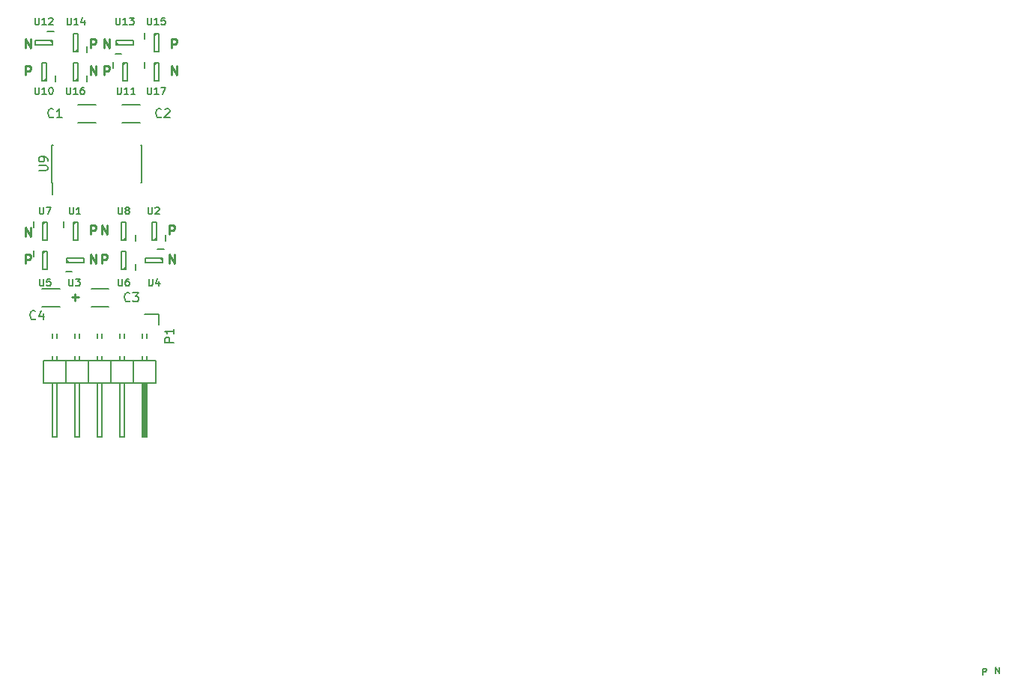
<source format=gto>
G04 #@! TF.FileFunction,Legend,Top*
%FSLAX46Y46*%
G04 Gerber Fmt 4.6, Leading zero omitted, Abs format (unit mm)*
G04 Created by KiCad (PCBNEW 4.0.4-stable) date 10/28/16 22:46:39*
%MOMM*%
%LPD*%
G01*
G04 APERTURE LIST*
%ADD10C,0.100000*%
%ADD11C,0.250000*%
%ADD12C,0.175000*%
%ADD13C,0.150000*%
G04 APERTURE END LIST*
D10*
D11*
X37693648Y-55087829D02*
X38455553Y-55087829D01*
X38074601Y-55468781D02*
X38074601Y-54706876D01*
X32504095Y-29916381D02*
X32504095Y-28916381D01*
X32885048Y-28916381D01*
X32980286Y-28964000D01*
X33027905Y-29011619D01*
X33075524Y-29106857D01*
X33075524Y-29249714D01*
X33027905Y-29344952D01*
X32980286Y-29392571D01*
X32885048Y-29440190D01*
X32504095Y-29440190D01*
X39870095Y-26868381D02*
X39870095Y-25868381D01*
X40251048Y-25868381D01*
X40346286Y-25916000D01*
X40393905Y-25963619D01*
X40441524Y-26058857D01*
X40441524Y-26201714D01*
X40393905Y-26296952D01*
X40346286Y-26344571D01*
X40251048Y-26392190D01*
X39870095Y-26392190D01*
X41394095Y-29916381D02*
X41394095Y-28916381D01*
X41775048Y-28916381D01*
X41870286Y-28964000D01*
X41917905Y-29011619D01*
X41965524Y-29106857D01*
X41965524Y-29249714D01*
X41917905Y-29344952D01*
X41870286Y-29392571D01*
X41775048Y-29440190D01*
X41394095Y-29440190D01*
X49014095Y-26868381D02*
X49014095Y-25868381D01*
X49395048Y-25868381D01*
X49490286Y-25916000D01*
X49537905Y-25963619D01*
X49585524Y-26058857D01*
X49585524Y-26201714D01*
X49537905Y-26296952D01*
X49490286Y-26344571D01*
X49395048Y-26392190D01*
X49014095Y-26392190D01*
X32480286Y-26868381D02*
X32480286Y-25868381D01*
X33051715Y-26868381D01*
X33051715Y-25868381D01*
X39846286Y-29916381D02*
X39846286Y-28916381D01*
X40417715Y-29916381D01*
X40417715Y-28916381D01*
X48990286Y-29916381D02*
X48990286Y-28916381D01*
X49561715Y-29916381D01*
X49561715Y-28916381D01*
X41370286Y-26868381D02*
X41370286Y-25868381D01*
X41941715Y-26868381D01*
X41941715Y-25868381D01*
X32504095Y-51252381D02*
X32504095Y-50252381D01*
X32885048Y-50252381D01*
X32980286Y-50300000D01*
X33027905Y-50347619D01*
X33075524Y-50442857D01*
X33075524Y-50585714D01*
X33027905Y-50680952D01*
X32980286Y-50728571D01*
X32885048Y-50776190D01*
X32504095Y-50776190D01*
X32480286Y-48204381D02*
X32480286Y-47204381D01*
X33051715Y-48204381D01*
X33051715Y-47204381D01*
X39870095Y-47950381D02*
X39870095Y-46950381D01*
X40251048Y-46950381D01*
X40346286Y-46998000D01*
X40393905Y-47045619D01*
X40441524Y-47140857D01*
X40441524Y-47283714D01*
X40393905Y-47378952D01*
X40346286Y-47426571D01*
X40251048Y-47474190D01*
X39870095Y-47474190D01*
X39846286Y-51252381D02*
X39846286Y-50252381D01*
X40417715Y-51252381D01*
X40417715Y-50252381D01*
X41140095Y-51252381D02*
X41140095Y-50252381D01*
X41521048Y-50252381D01*
X41616286Y-50300000D01*
X41663905Y-50347619D01*
X41711524Y-50442857D01*
X41711524Y-50585714D01*
X41663905Y-50680952D01*
X41616286Y-50728571D01*
X41521048Y-50776190D01*
X41140095Y-50776190D01*
X48760095Y-47950381D02*
X48760095Y-46950381D01*
X49141048Y-46950381D01*
X49236286Y-46998000D01*
X49283905Y-47045619D01*
X49331524Y-47140857D01*
X49331524Y-47283714D01*
X49283905Y-47378952D01*
X49236286Y-47426571D01*
X49141048Y-47474190D01*
X48760095Y-47474190D01*
X48736286Y-51252381D02*
X48736286Y-50252381D01*
X49307715Y-51252381D01*
X49307715Y-50252381D01*
X41116286Y-47950381D02*
X41116286Y-46950381D01*
X41687715Y-47950381D01*
X41687715Y-46950381D01*
D12*
X140685067Y-97801867D02*
X140685067Y-97101867D01*
X140951733Y-97101867D01*
X141018400Y-97135200D01*
X141051733Y-97168533D01*
X141085067Y-97235200D01*
X141085067Y-97335200D01*
X141051733Y-97401867D01*
X141018400Y-97435200D01*
X140951733Y-97468533D01*
X140685067Y-97468533D01*
X142116201Y-97649467D02*
X142116201Y-96949467D01*
X142516201Y-97649467D01*
X142516201Y-96949467D01*
D13*
X38394000Y-35315000D02*
X40394000Y-35315000D01*
X40394000Y-33265000D02*
X38394000Y-33265000D01*
X45426000Y-33265000D02*
X43426000Y-33265000D01*
X43426000Y-35315000D02*
X45426000Y-35315000D01*
X41894000Y-54093000D02*
X39894000Y-54093000D01*
X39894000Y-56143000D02*
X41894000Y-56143000D01*
X34330000Y-56143000D02*
X36330000Y-56143000D01*
X36330000Y-54093000D02*
X34330000Y-54093000D01*
X35560000Y-59690000D02*
X35560000Y-59182000D01*
X36068000Y-59690000D02*
X36068000Y-59182000D01*
X38100000Y-59690000D02*
X38100000Y-59182000D01*
X38608000Y-59690000D02*
X38608000Y-59182000D01*
X46228000Y-59690000D02*
X46228000Y-59182000D01*
X45720000Y-59690000D02*
X45720000Y-59182000D01*
X40640000Y-59690000D02*
X40640000Y-59182000D01*
X41148000Y-59690000D02*
X41148000Y-59182000D01*
X43180000Y-59690000D02*
X43180000Y-59182000D01*
X43688000Y-59690000D02*
X43688000Y-59182000D01*
X35560000Y-62230000D02*
X35560000Y-61722000D01*
X36068000Y-62230000D02*
X36068000Y-61722000D01*
X46228000Y-62230000D02*
X46228000Y-61722000D01*
X45720000Y-62230000D02*
X45720000Y-61722000D01*
X43688000Y-62230000D02*
X43688000Y-61722000D01*
X43180000Y-62230000D02*
X43180000Y-61722000D01*
X38100000Y-62230000D02*
X38100000Y-61722000D01*
X38608000Y-62230000D02*
X38608000Y-61722000D01*
X40640000Y-62230000D02*
X40640000Y-61722000D01*
X41148000Y-62230000D02*
X41148000Y-61722000D01*
X47524000Y-58166000D02*
X47524000Y-57016000D01*
X47524000Y-57016000D02*
X45974000Y-57016000D01*
X46101000Y-64770000D02*
X46101000Y-70739000D01*
X46101000Y-70739000D02*
X45847000Y-70739000D01*
X45847000Y-70739000D02*
X45847000Y-64897000D01*
X45847000Y-64897000D02*
X45974000Y-64897000D01*
X45974000Y-64897000D02*
X45974000Y-70739000D01*
X37084000Y-62230000D02*
X37084000Y-64770000D01*
X37084000Y-62230000D02*
X34544000Y-62230000D01*
X36068000Y-64770000D02*
X36068000Y-70866000D01*
X36068000Y-70866000D02*
X35560000Y-70866000D01*
X35560000Y-70866000D02*
X35560000Y-64770000D01*
X34544000Y-64770000D02*
X37084000Y-64770000D01*
X34544000Y-62230000D02*
X34544000Y-64770000D01*
X42164000Y-62230000D02*
X42164000Y-64770000D01*
X42164000Y-62230000D02*
X39624000Y-62230000D01*
X39624000Y-62230000D02*
X39624000Y-64770000D01*
X41148000Y-64770000D02*
X41148000Y-70866000D01*
X41148000Y-70866000D02*
X40640000Y-70866000D01*
X40640000Y-70866000D02*
X40640000Y-64770000D01*
X39624000Y-64770000D02*
X42164000Y-64770000D01*
X37084000Y-64770000D02*
X39624000Y-64770000D01*
X38100000Y-70866000D02*
X38100000Y-64770000D01*
X38608000Y-70866000D02*
X38100000Y-70866000D01*
X38608000Y-64770000D02*
X38608000Y-70866000D01*
X37084000Y-62230000D02*
X37084000Y-64770000D01*
X39624000Y-62230000D02*
X37084000Y-62230000D01*
X39624000Y-62230000D02*
X39624000Y-64770000D01*
X44704000Y-62230000D02*
X44704000Y-64770000D01*
X44704000Y-62230000D02*
X42164000Y-62230000D01*
X42164000Y-62230000D02*
X42164000Y-64770000D01*
X43688000Y-64770000D02*
X43688000Y-70866000D01*
X43688000Y-70866000D02*
X43180000Y-70866000D01*
X43180000Y-70866000D02*
X43180000Y-64770000D01*
X42164000Y-64770000D02*
X44704000Y-64770000D01*
X44704000Y-64770000D02*
X47244000Y-64770000D01*
X45720000Y-70866000D02*
X45720000Y-64770000D01*
X46228000Y-70866000D02*
X45720000Y-70866000D01*
X46228000Y-64770000D02*
X46228000Y-70866000D01*
X44704000Y-62230000D02*
X44704000Y-64770000D01*
X47244000Y-62230000D02*
X44704000Y-62230000D01*
X47244000Y-62230000D02*
X47244000Y-64770000D01*
X36814400Y-46511600D02*
X36814400Y-47211600D01*
X38114400Y-46611600D02*
X37864400Y-46861600D01*
X37864400Y-48611600D02*
X38364400Y-48611600D01*
X38364400Y-48611600D02*
X38364400Y-46611600D01*
X38364400Y-46611600D02*
X37864400Y-46611600D01*
X37864400Y-46611600D02*
X37864400Y-48611600D01*
X48304400Y-48711600D02*
X48304400Y-48011600D01*
X47004400Y-48611600D02*
X47254400Y-48361600D01*
X47254400Y-46611600D02*
X46754400Y-46611600D01*
X46754400Y-46611600D02*
X46754400Y-48611600D01*
X46754400Y-48611600D02*
X47254400Y-48611600D01*
X47254400Y-48611600D02*
X47254400Y-46611600D01*
X37014400Y-52213600D02*
X37714400Y-52213600D01*
X37114400Y-50913600D02*
X37364400Y-51163600D01*
X39114400Y-51163600D02*
X39114400Y-50663600D01*
X39114400Y-50663600D02*
X37114400Y-50663600D01*
X37114400Y-50663600D02*
X37114400Y-51163600D01*
X37114400Y-51163600D02*
X39114400Y-51163600D01*
X48104400Y-49613600D02*
X47404400Y-49613600D01*
X48004400Y-50913600D02*
X47754400Y-50663600D01*
X46004400Y-50663600D02*
X46004400Y-51163600D01*
X46004400Y-51163600D02*
X48004400Y-51163600D01*
X48004400Y-51163600D02*
X48004400Y-50663600D01*
X48004400Y-50663600D02*
X46004400Y-50663600D01*
X33396400Y-49801600D02*
X33396400Y-50501600D01*
X34696400Y-49901600D02*
X34446400Y-50151600D01*
X34446400Y-51901600D02*
X34946400Y-51901600D01*
X34946400Y-51901600D02*
X34946400Y-49901600D01*
X34946400Y-49901600D02*
X34446400Y-49901600D01*
X34446400Y-49901600D02*
X34446400Y-51901600D01*
X44886400Y-52001600D02*
X44886400Y-51301600D01*
X43586400Y-51901600D02*
X43836400Y-51651600D01*
X43836400Y-49901600D02*
X43336400Y-49901600D01*
X43336400Y-49901600D02*
X43336400Y-51901600D01*
X43336400Y-51901600D02*
X43836400Y-51901600D01*
X43836400Y-51901600D02*
X43836400Y-49901600D01*
X33396400Y-46499600D02*
X33396400Y-47199600D01*
X34696400Y-46599600D02*
X34446400Y-46849600D01*
X34446400Y-48599600D02*
X34946400Y-48599600D01*
X34946400Y-48599600D02*
X34946400Y-46599600D01*
X34946400Y-46599600D02*
X34446400Y-46599600D01*
X34446400Y-46599600D02*
X34446400Y-48599600D01*
X44886400Y-48711600D02*
X44886400Y-48011600D01*
X43586400Y-48611600D02*
X43836400Y-48361600D01*
X43836400Y-46611600D02*
X43336400Y-46611600D01*
X43336400Y-46611600D02*
X43336400Y-48611600D01*
X43336400Y-48611600D02*
X43836400Y-48611600D01*
X43836400Y-48611600D02*
X43836400Y-46611600D01*
X35463400Y-42054600D02*
X35488400Y-42054600D01*
X35463400Y-37904600D02*
X35568400Y-37904600D01*
X45613400Y-37904600D02*
X45508400Y-37904600D01*
X45613400Y-42054600D02*
X45508400Y-42054600D01*
X35463400Y-42054600D02*
X35463400Y-37904600D01*
X45613400Y-42054600D02*
X45613400Y-37904600D01*
X35488400Y-42054600D02*
X35488400Y-43429600D01*
X35858400Y-30677600D02*
X35858400Y-29977600D01*
X34558400Y-30577600D02*
X34808400Y-30327600D01*
X34808400Y-28577600D02*
X34308400Y-28577600D01*
X34308400Y-28577600D02*
X34308400Y-30577600D01*
X34308400Y-30577600D02*
X34808400Y-30577600D01*
X34808400Y-30577600D02*
X34808400Y-28577600D01*
X42402400Y-28477600D02*
X42402400Y-29177600D01*
X43702400Y-28577600D02*
X43452400Y-28827600D01*
X43452400Y-30577600D02*
X43952400Y-30577600D01*
X43952400Y-30577600D02*
X43952400Y-28577600D01*
X43952400Y-28577600D02*
X43452400Y-28577600D01*
X43452400Y-28577600D02*
X43452400Y-30577600D01*
X35658400Y-24975600D02*
X34958400Y-24975600D01*
X35558400Y-26275600D02*
X35308400Y-26025600D01*
X33558400Y-26025600D02*
X33558400Y-26525600D01*
X33558400Y-26525600D02*
X35558400Y-26525600D01*
X35558400Y-26525600D02*
X35558400Y-26025600D01*
X35558400Y-26025600D02*
X33558400Y-26025600D01*
X42602400Y-27575600D02*
X43302400Y-27575600D01*
X42702400Y-26275600D02*
X42952400Y-26525600D01*
X44702400Y-26525600D02*
X44702400Y-26025600D01*
X44702400Y-26025600D02*
X42702400Y-26025600D01*
X42702400Y-26025600D02*
X42702400Y-26525600D01*
X42702400Y-26525600D02*
X44702400Y-26525600D01*
X39414400Y-27375600D02*
X39414400Y-26675600D01*
X38114400Y-27275600D02*
X38364400Y-27025600D01*
X38364400Y-25275600D02*
X37864400Y-25275600D01*
X37864400Y-25275600D02*
X37864400Y-27275600D01*
X37864400Y-27275600D02*
X38364400Y-27275600D01*
X38364400Y-27275600D02*
X38364400Y-25275600D01*
X45958400Y-25175600D02*
X45958400Y-25875600D01*
X47258400Y-25275600D02*
X47008400Y-25525600D01*
X47008400Y-27275600D02*
X47508400Y-27275600D01*
X47508400Y-27275600D02*
X47508400Y-25275600D01*
X47508400Y-25275600D02*
X47008400Y-25275600D01*
X47008400Y-25275600D02*
X47008400Y-27275600D01*
X39414400Y-30677600D02*
X39414400Y-29977600D01*
X38114400Y-30577600D02*
X38364400Y-30327600D01*
X38364400Y-28577600D02*
X37864400Y-28577600D01*
X37864400Y-28577600D02*
X37864400Y-30577600D01*
X37864400Y-30577600D02*
X38364400Y-30577600D01*
X38364400Y-30577600D02*
X38364400Y-28577600D01*
X45958400Y-28477600D02*
X45958400Y-29177600D01*
X47258400Y-28577600D02*
X47008400Y-28827600D01*
X47008400Y-30577600D02*
X47508400Y-30577600D01*
X47508400Y-30577600D02*
X47508400Y-28577600D01*
X47508400Y-28577600D02*
X47008400Y-28577600D01*
X47008400Y-28577600D02*
X47008400Y-30577600D01*
X35647334Y-34647143D02*
X35599715Y-34694762D01*
X35456858Y-34742381D01*
X35361620Y-34742381D01*
X35218762Y-34694762D01*
X35123524Y-34599524D01*
X35075905Y-34504286D01*
X35028286Y-34313810D01*
X35028286Y-34170952D01*
X35075905Y-33980476D01*
X35123524Y-33885238D01*
X35218762Y-33790000D01*
X35361620Y-33742381D01*
X35456858Y-33742381D01*
X35599715Y-33790000D01*
X35647334Y-33837619D01*
X36599715Y-34742381D02*
X36028286Y-34742381D01*
X36314000Y-34742381D02*
X36314000Y-33742381D01*
X36218762Y-33885238D01*
X36123524Y-33980476D01*
X36028286Y-34028095D01*
X47839334Y-34647143D02*
X47791715Y-34694762D01*
X47648858Y-34742381D01*
X47553620Y-34742381D01*
X47410762Y-34694762D01*
X47315524Y-34599524D01*
X47267905Y-34504286D01*
X47220286Y-34313810D01*
X47220286Y-34170952D01*
X47267905Y-33980476D01*
X47315524Y-33885238D01*
X47410762Y-33790000D01*
X47553620Y-33742381D01*
X47648858Y-33742381D01*
X47791715Y-33790000D01*
X47839334Y-33837619D01*
X48220286Y-33837619D02*
X48267905Y-33790000D01*
X48363143Y-33742381D01*
X48601239Y-33742381D01*
X48696477Y-33790000D01*
X48744096Y-33837619D01*
X48791715Y-33932857D01*
X48791715Y-34028095D01*
X48744096Y-34170952D01*
X48172667Y-34742381D01*
X48791715Y-34742381D01*
X44283334Y-55475143D02*
X44235715Y-55522762D01*
X44092858Y-55570381D01*
X43997620Y-55570381D01*
X43854762Y-55522762D01*
X43759524Y-55427524D01*
X43711905Y-55332286D01*
X43664286Y-55141810D01*
X43664286Y-54998952D01*
X43711905Y-54808476D01*
X43759524Y-54713238D01*
X43854762Y-54618000D01*
X43997620Y-54570381D01*
X44092858Y-54570381D01*
X44235715Y-54618000D01*
X44283334Y-54665619D01*
X44616667Y-54570381D02*
X45235715Y-54570381D01*
X44902381Y-54951333D01*
X45045239Y-54951333D01*
X45140477Y-54998952D01*
X45188096Y-55046571D01*
X45235715Y-55141810D01*
X45235715Y-55379905D01*
X45188096Y-55475143D01*
X45140477Y-55522762D01*
X45045239Y-55570381D01*
X44759524Y-55570381D01*
X44664286Y-55522762D01*
X44616667Y-55475143D01*
X33615334Y-57507143D02*
X33567715Y-57554762D01*
X33424858Y-57602381D01*
X33329620Y-57602381D01*
X33186762Y-57554762D01*
X33091524Y-57459524D01*
X33043905Y-57364286D01*
X32996286Y-57173810D01*
X32996286Y-57030952D01*
X33043905Y-56840476D01*
X33091524Y-56745238D01*
X33186762Y-56650000D01*
X33329620Y-56602381D01*
X33424858Y-56602381D01*
X33567715Y-56650000D01*
X33615334Y-56697619D01*
X34472477Y-56935714D02*
X34472477Y-57602381D01*
X34234381Y-56554762D02*
X33996286Y-57269048D01*
X34615334Y-57269048D01*
X49220381Y-60174095D02*
X48220381Y-60174095D01*
X48220381Y-59793142D01*
X48268000Y-59697904D01*
X48315619Y-59650285D01*
X48410857Y-59602666D01*
X48553714Y-59602666D01*
X48648952Y-59650285D01*
X48696571Y-59697904D01*
X48744190Y-59793142D01*
X48744190Y-60174095D01*
X49220381Y-58650285D02*
X49220381Y-59221714D01*
X49220381Y-58936000D02*
X48220381Y-58936000D01*
X48363238Y-59031238D01*
X48458476Y-59126476D01*
X48506095Y-59221714D01*
X37440666Y-44875505D02*
X37440666Y-45523124D01*
X37478761Y-45599314D01*
X37516857Y-45637410D01*
X37593047Y-45675505D01*
X37745428Y-45675505D01*
X37821619Y-45637410D01*
X37859714Y-45599314D01*
X37897809Y-45523124D01*
X37897809Y-44875505D01*
X38697809Y-45675505D02*
X38240666Y-45675505D01*
X38469237Y-45675505D02*
X38469237Y-44875505D01*
X38393047Y-44989790D01*
X38316856Y-45065981D01*
X38240666Y-45104076D01*
X46355076Y-44875505D02*
X46355076Y-45523124D01*
X46393171Y-45599314D01*
X46431267Y-45637410D01*
X46507457Y-45675505D01*
X46659838Y-45675505D01*
X46736029Y-45637410D01*
X46774124Y-45599314D01*
X46812219Y-45523124D01*
X46812219Y-44875505D01*
X47155076Y-44951695D02*
X47193171Y-44913600D01*
X47269362Y-44875505D01*
X47459838Y-44875505D01*
X47536028Y-44913600D01*
X47574124Y-44951695D01*
X47612219Y-45027886D01*
X47612219Y-45104076D01*
X47574124Y-45218362D01*
X47116981Y-45675505D01*
X47612219Y-45675505D01*
X37391276Y-53003505D02*
X37391276Y-53651124D01*
X37429371Y-53727314D01*
X37467467Y-53765410D01*
X37543657Y-53803505D01*
X37696038Y-53803505D01*
X37772229Y-53765410D01*
X37810324Y-53727314D01*
X37848419Y-53651124D01*
X37848419Y-53003505D01*
X38153181Y-53003505D02*
X38648419Y-53003505D01*
X38381752Y-53308267D01*
X38496038Y-53308267D01*
X38572228Y-53346362D01*
X38610324Y-53384457D01*
X38648419Y-53460648D01*
X38648419Y-53651124D01*
X38610324Y-53727314D01*
X38572228Y-53765410D01*
X38496038Y-53803505D01*
X38267466Y-53803505D01*
X38191276Y-53765410D01*
X38153181Y-53727314D01*
X46405876Y-53003505D02*
X46405876Y-53651124D01*
X46443971Y-53727314D01*
X46482067Y-53765410D01*
X46558257Y-53803505D01*
X46710638Y-53803505D01*
X46786829Y-53765410D01*
X46824924Y-53727314D01*
X46863019Y-53651124D01*
X46863019Y-53003505D01*
X47586828Y-53270171D02*
X47586828Y-53803505D01*
X47396352Y-52965410D02*
X47205876Y-53536838D01*
X47701114Y-53536838D01*
X34086876Y-53003505D02*
X34086876Y-53651124D01*
X34124971Y-53727314D01*
X34163067Y-53765410D01*
X34239257Y-53803505D01*
X34391638Y-53803505D01*
X34467829Y-53765410D01*
X34505924Y-53727314D01*
X34544019Y-53651124D01*
X34544019Y-53003505D01*
X35305924Y-53003505D02*
X34924971Y-53003505D01*
X34886876Y-53384457D01*
X34924971Y-53346362D01*
X35001162Y-53308267D01*
X35191638Y-53308267D01*
X35267828Y-53346362D01*
X35305924Y-53384457D01*
X35344019Y-53460648D01*
X35344019Y-53651124D01*
X35305924Y-53727314D01*
X35267828Y-53765410D01*
X35191638Y-53803505D01*
X35001162Y-53803505D01*
X34924971Y-53765410D01*
X34886876Y-53727314D01*
X42976876Y-53003505D02*
X42976876Y-53651124D01*
X43014971Y-53727314D01*
X43053067Y-53765410D01*
X43129257Y-53803505D01*
X43281638Y-53803505D01*
X43357829Y-53765410D01*
X43395924Y-53727314D01*
X43434019Y-53651124D01*
X43434019Y-53003505D01*
X44157828Y-53003505D02*
X44005447Y-53003505D01*
X43929257Y-53041600D01*
X43891162Y-53079695D01*
X43814971Y-53193981D01*
X43776876Y-53346362D01*
X43776876Y-53651124D01*
X43814971Y-53727314D01*
X43853066Y-53765410D01*
X43929257Y-53803505D01*
X44081638Y-53803505D01*
X44157828Y-53765410D01*
X44195924Y-53727314D01*
X44234019Y-53651124D01*
X44234019Y-53460648D01*
X44195924Y-53384457D01*
X44157828Y-53346362D01*
X44081638Y-53308267D01*
X43929257Y-53308267D01*
X43853066Y-53346362D01*
X43814971Y-53384457D01*
X43776876Y-53460648D01*
X34061476Y-44875505D02*
X34061476Y-45523124D01*
X34099571Y-45599314D01*
X34137667Y-45637410D01*
X34213857Y-45675505D01*
X34366238Y-45675505D01*
X34442429Y-45637410D01*
X34480524Y-45599314D01*
X34518619Y-45523124D01*
X34518619Y-44875505D01*
X34823381Y-44875505D02*
X35356714Y-44875505D01*
X35013857Y-45675505D01*
X42976876Y-44875505D02*
X42976876Y-45523124D01*
X43014971Y-45599314D01*
X43053067Y-45637410D01*
X43129257Y-45675505D01*
X43281638Y-45675505D01*
X43357829Y-45637410D01*
X43395924Y-45599314D01*
X43434019Y-45523124D01*
X43434019Y-44875505D01*
X43929257Y-45218362D02*
X43853066Y-45180267D01*
X43814971Y-45142171D01*
X43776876Y-45065981D01*
X43776876Y-45027886D01*
X43814971Y-44951695D01*
X43853066Y-44913600D01*
X43929257Y-44875505D01*
X44081638Y-44875505D01*
X44157828Y-44913600D01*
X44195924Y-44951695D01*
X44234019Y-45027886D01*
X44234019Y-45065981D01*
X44195924Y-45142171D01*
X44157828Y-45180267D01*
X44081638Y-45218362D01*
X43929257Y-45218362D01*
X43853066Y-45256457D01*
X43814971Y-45294552D01*
X43776876Y-45370743D01*
X43776876Y-45523124D01*
X43814971Y-45599314D01*
X43853066Y-45637410D01*
X43929257Y-45675505D01*
X44081638Y-45675505D01*
X44157828Y-45637410D01*
X44195924Y-45599314D01*
X44234019Y-45523124D01*
X44234019Y-45370743D01*
X44195924Y-45294552D01*
X44157828Y-45256457D01*
X44081638Y-45218362D01*
X33990781Y-40741505D02*
X34800305Y-40741505D01*
X34895543Y-40693886D01*
X34943162Y-40646267D01*
X34990781Y-40551029D01*
X34990781Y-40360552D01*
X34943162Y-40265314D01*
X34895543Y-40217695D01*
X34800305Y-40170076D01*
X33990781Y-40170076D01*
X34990781Y-39646267D02*
X34990781Y-39455791D01*
X34943162Y-39360552D01*
X34895543Y-39312933D01*
X34752686Y-39217695D01*
X34562210Y-39170076D01*
X34181257Y-39170076D01*
X34086019Y-39217695D01*
X34038400Y-39265314D01*
X33990781Y-39360552D01*
X33990781Y-39551029D01*
X34038400Y-39646267D01*
X34086019Y-39693886D01*
X34181257Y-39741505D01*
X34419352Y-39741505D01*
X34514590Y-39693886D01*
X34562210Y-39646267D01*
X34609829Y-39551029D01*
X34609829Y-39360552D01*
X34562210Y-39265314D01*
X34514590Y-39217695D01*
X34419352Y-39170076D01*
X33553524Y-31311905D02*
X33553524Y-31959524D01*
X33591619Y-32035714D01*
X33629715Y-32073810D01*
X33705905Y-32111905D01*
X33858286Y-32111905D01*
X33934477Y-32073810D01*
X33972572Y-32035714D01*
X34010667Y-31959524D01*
X34010667Y-31311905D01*
X34810667Y-32111905D02*
X34353524Y-32111905D01*
X34582095Y-32111905D02*
X34582095Y-31311905D01*
X34505905Y-31426190D01*
X34429714Y-31502381D01*
X34353524Y-31540476D01*
X35305905Y-31311905D02*
X35382096Y-31311905D01*
X35458286Y-31350000D01*
X35496381Y-31388095D01*
X35534477Y-31464286D01*
X35572572Y-31616667D01*
X35572572Y-31807143D01*
X35534477Y-31959524D01*
X35496381Y-32035714D01*
X35458286Y-32073810D01*
X35382096Y-32111905D01*
X35305905Y-32111905D01*
X35229715Y-32073810D01*
X35191619Y-32035714D01*
X35153524Y-31959524D01*
X35115429Y-31807143D01*
X35115429Y-31616667D01*
X35153524Y-31464286D01*
X35191619Y-31388095D01*
X35229715Y-31350000D01*
X35305905Y-31311905D01*
X42849924Y-31311905D02*
X42849924Y-31959524D01*
X42888019Y-32035714D01*
X42926115Y-32073810D01*
X43002305Y-32111905D01*
X43154686Y-32111905D01*
X43230877Y-32073810D01*
X43268972Y-32035714D01*
X43307067Y-31959524D01*
X43307067Y-31311905D01*
X44107067Y-32111905D02*
X43649924Y-32111905D01*
X43878495Y-32111905D02*
X43878495Y-31311905D01*
X43802305Y-31426190D01*
X43726114Y-31502381D01*
X43649924Y-31540476D01*
X44868972Y-32111905D02*
X44411829Y-32111905D01*
X44640400Y-32111905D02*
X44640400Y-31311905D01*
X44564210Y-31426190D01*
X44488019Y-31502381D01*
X44411829Y-31540476D01*
X33553524Y-23437905D02*
X33553524Y-24085524D01*
X33591619Y-24161714D01*
X33629715Y-24199810D01*
X33705905Y-24237905D01*
X33858286Y-24237905D01*
X33934477Y-24199810D01*
X33972572Y-24161714D01*
X34010667Y-24085524D01*
X34010667Y-23437905D01*
X34810667Y-24237905D02*
X34353524Y-24237905D01*
X34582095Y-24237905D02*
X34582095Y-23437905D01*
X34505905Y-23552190D01*
X34429714Y-23628381D01*
X34353524Y-23666476D01*
X35115429Y-23514095D02*
X35153524Y-23476000D01*
X35229715Y-23437905D01*
X35420191Y-23437905D01*
X35496381Y-23476000D01*
X35534477Y-23514095D01*
X35572572Y-23590286D01*
X35572572Y-23666476D01*
X35534477Y-23780762D01*
X35077334Y-24237905D01*
X35572572Y-24237905D01*
X42697524Y-23437905D02*
X42697524Y-24085524D01*
X42735619Y-24161714D01*
X42773715Y-24199810D01*
X42849905Y-24237905D01*
X43002286Y-24237905D01*
X43078477Y-24199810D01*
X43116572Y-24161714D01*
X43154667Y-24085524D01*
X43154667Y-23437905D01*
X43954667Y-24237905D02*
X43497524Y-24237905D01*
X43726095Y-24237905D02*
X43726095Y-23437905D01*
X43649905Y-23552190D01*
X43573714Y-23628381D01*
X43497524Y-23666476D01*
X44221334Y-23437905D02*
X44716572Y-23437905D01*
X44449905Y-23742667D01*
X44564191Y-23742667D01*
X44640381Y-23780762D01*
X44678477Y-23818857D01*
X44716572Y-23895048D01*
X44716572Y-24085524D01*
X44678477Y-24161714D01*
X44640381Y-24199810D01*
X44564191Y-24237905D01*
X44335619Y-24237905D01*
X44259429Y-24199810D01*
X44221334Y-24161714D01*
X37183934Y-23437905D02*
X37183934Y-24085524D01*
X37222029Y-24161714D01*
X37260125Y-24199810D01*
X37336315Y-24237905D01*
X37488696Y-24237905D01*
X37564887Y-24199810D01*
X37602982Y-24161714D01*
X37641077Y-24085524D01*
X37641077Y-23437905D01*
X38441077Y-24237905D02*
X37983934Y-24237905D01*
X38212505Y-24237905D02*
X38212505Y-23437905D01*
X38136315Y-23552190D01*
X38060124Y-23628381D01*
X37983934Y-23666476D01*
X39126791Y-23704571D02*
X39126791Y-24237905D01*
X38936315Y-23399810D02*
X38745839Y-23971238D01*
X39241077Y-23971238D01*
X46253524Y-23437905D02*
X46253524Y-24085524D01*
X46291619Y-24161714D01*
X46329715Y-24199810D01*
X46405905Y-24237905D01*
X46558286Y-24237905D01*
X46634477Y-24199810D01*
X46672572Y-24161714D01*
X46710667Y-24085524D01*
X46710667Y-23437905D01*
X47510667Y-24237905D02*
X47053524Y-24237905D01*
X47282095Y-24237905D02*
X47282095Y-23437905D01*
X47205905Y-23552190D01*
X47129714Y-23628381D01*
X47053524Y-23666476D01*
X48234477Y-23437905D02*
X47853524Y-23437905D01*
X47815429Y-23818857D01*
X47853524Y-23780762D01*
X47929715Y-23742667D01*
X48120191Y-23742667D01*
X48196381Y-23780762D01*
X48234477Y-23818857D01*
X48272572Y-23895048D01*
X48272572Y-24085524D01*
X48234477Y-24161714D01*
X48196381Y-24199810D01*
X48120191Y-24237905D01*
X47929715Y-24237905D01*
X47853524Y-24199810D01*
X47815429Y-24161714D01*
X37109524Y-31311905D02*
X37109524Y-31959524D01*
X37147619Y-32035714D01*
X37185715Y-32073810D01*
X37261905Y-32111905D01*
X37414286Y-32111905D01*
X37490477Y-32073810D01*
X37528572Y-32035714D01*
X37566667Y-31959524D01*
X37566667Y-31311905D01*
X38366667Y-32111905D02*
X37909524Y-32111905D01*
X38138095Y-32111905D02*
X38138095Y-31311905D01*
X38061905Y-31426190D01*
X37985714Y-31502381D01*
X37909524Y-31540476D01*
X39052381Y-31311905D02*
X38900000Y-31311905D01*
X38823810Y-31350000D01*
X38785715Y-31388095D01*
X38709524Y-31502381D01*
X38671429Y-31654762D01*
X38671429Y-31959524D01*
X38709524Y-32035714D01*
X38747619Y-32073810D01*
X38823810Y-32111905D01*
X38976191Y-32111905D01*
X39052381Y-32073810D01*
X39090477Y-32035714D01*
X39128572Y-31959524D01*
X39128572Y-31769048D01*
X39090477Y-31692857D01*
X39052381Y-31654762D01*
X38976191Y-31616667D01*
X38823810Y-31616667D01*
X38747619Y-31654762D01*
X38709524Y-31692857D01*
X38671429Y-31769048D01*
X46253524Y-31311905D02*
X46253524Y-31959524D01*
X46291619Y-32035714D01*
X46329715Y-32073810D01*
X46405905Y-32111905D01*
X46558286Y-32111905D01*
X46634477Y-32073810D01*
X46672572Y-32035714D01*
X46710667Y-31959524D01*
X46710667Y-31311905D01*
X47510667Y-32111905D02*
X47053524Y-32111905D01*
X47282095Y-32111905D02*
X47282095Y-31311905D01*
X47205905Y-31426190D01*
X47129714Y-31502381D01*
X47053524Y-31540476D01*
X47777334Y-31311905D02*
X48310667Y-31311905D01*
X47967810Y-32111905D01*
M02*

</source>
